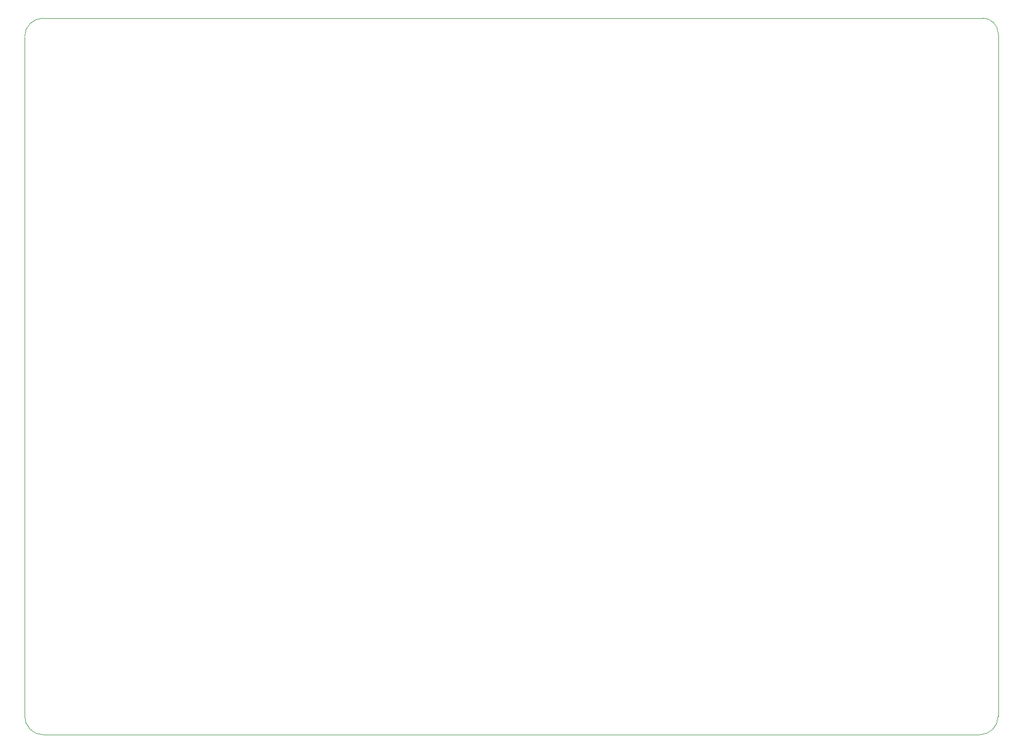
<source format=gm1>
G04 #@! TF.FileFunction,Profile,NP*
%FSLAX46Y46*%
G04 Gerber Fmt 4.6, Leading zero omitted, Abs format (unit mm)*
G04 Created by KiCad (PCBNEW 4.0.6) date 2019 June 20, Thursday 16:13:16*
%MOMM*%
%LPD*%
G01*
G04 APERTURE LIST*
%ADD10C,0.100000*%
G04 APERTURE END LIST*
D10*
X70154800Y-34213800D02*
G75*
G03X67154800Y-37213800I0J-3000000D01*
G01*
X67157600Y-147167600D02*
G75*
G03X70157600Y-150167600I3000000J0D01*
G01*
X221665800Y-150164800D02*
G75*
G03X224665800Y-147164800I0J3000000D01*
G01*
X224673800Y-36713800D02*
G75*
G03X222173800Y-34213800I-2500000J0D01*
G01*
X67157600Y-37261800D02*
X67157600Y-147167600D01*
X222161200Y-34212800D02*
X70161200Y-34212800D01*
X224675700Y-147167600D02*
X224675700Y-36753800D01*
X221661200Y-150164800D02*
X70161200Y-150164800D01*
M02*

</source>
